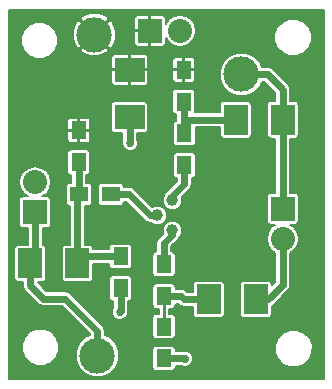
<source format=gtl>
G04 #@! TF.FileFunction,Copper,L1,Top,Signal*
%FSLAX46Y46*%
G04 Gerber Fmt 4.6, Leading zero omitted, Abs format (unit mm)*
G04 Created by KiCad (PCBNEW 0.201505220134+5676~23~ubuntu14.04.1-product) date Thu 10 Sep 2015 12:30:41 AM PDT*
%MOMM*%
G01*
G04 APERTURE LIST*
%ADD10C,0.100000*%
%ADD11R,2.000000X2.500000*%
%ADD12R,2.500000X2.000000*%
%ADD13R,2.032000X2.032000*%
%ADD14O,2.032000X2.032000*%
%ADD15R,1.300000X1.500000*%
%ADD16R,1.500000X1.300000*%
%ADD17C,2.999740*%
%ADD18C,1.000760*%
%ADD19C,0.685800*%
%ADD20C,0.609600*%
%ADD21C,0.254000*%
%ADD22C,0.152400*%
G04 APERTURE END LIST*
D10*
D11*
X162147000Y-113792000D03*
X158147000Y-113792000D03*
X177260000Y-116840000D03*
X173260000Y-116840000D03*
D12*
X166573200Y-101415600D03*
X166573200Y-97415600D03*
D11*
X179546000Y-101650800D03*
X175546000Y-101650800D03*
D13*
X158559500Y-109474000D03*
D14*
X158559500Y-106934000D03*
D13*
X168275000Y-94107000D03*
D14*
X170815000Y-94107000D03*
D13*
X179527200Y-109169200D03*
D14*
X179527200Y-111709200D03*
D15*
X162255200Y-102536000D03*
X162255200Y-105236000D03*
X165798500Y-113204000D03*
X165798500Y-115904000D03*
D16*
X164976800Y-107950000D03*
X162276800Y-107950000D03*
D15*
X171145200Y-97405200D03*
X171145200Y-100105200D03*
X171196000Y-105490000D03*
X171196000Y-102790000D03*
X169468800Y-116564400D03*
X169468800Y-113864400D03*
X169468800Y-119147600D03*
X169468800Y-121847600D03*
D17*
X163830000Y-121602500D03*
X163576000Y-94424500D03*
X176022000Y-97790000D03*
D18*
X168910000Y-109728000D03*
X170180000Y-108458000D03*
X170180000Y-110998000D03*
D19*
X165735000Y-117919500D03*
X171259500Y-121856500D03*
X166624000Y-103632000D03*
D20*
X165798500Y-113204000D02*
X162735000Y-113204000D01*
X162735000Y-113204000D02*
X162147000Y-113792000D01*
X162147000Y-113792000D02*
X162147000Y-108079800D01*
X162147000Y-108079800D02*
X162276800Y-107950000D01*
X162255200Y-105236000D02*
X162255200Y-107928400D01*
D21*
X162255200Y-107928400D02*
X162276800Y-107950000D01*
X162356800Y-108030000D02*
X162276800Y-107950000D01*
D20*
X163830000Y-121602500D02*
X163830000Y-119507000D01*
X158147000Y-115665500D02*
X158147000Y-113792000D01*
X159258000Y-116776500D02*
X158147000Y-115665500D01*
X161099500Y-116776500D02*
X159258000Y-116776500D01*
X163830000Y-119507000D02*
X161099500Y-116776500D01*
X158559500Y-109474000D02*
X158559500Y-113379500D01*
X158559500Y-113379500D02*
X158147000Y-113792000D01*
X165798500Y-115904000D02*
X165798500Y-117856000D01*
X165798500Y-117856000D02*
X165735000Y-117919500D01*
X169468800Y-121847600D02*
X171250600Y-121847600D01*
X171250600Y-121847600D02*
X171259500Y-121856500D01*
D21*
X177260000Y-116840000D02*
X178308000Y-116840000D01*
D20*
X179527200Y-115620800D02*
X179527200Y-111709200D01*
X178308000Y-116840000D02*
X179527200Y-115620800D01*
X166573200Y-101415600D02*
X166573200Y-103581200D01*
D21*
X166573200Y-103581200D02*
X166624000Y-103632000D01*
D20*
X173260000Y-116840000D02*
X171196000Y-116840000D01*
X170920400Y-116564400D02*
X169468800Y-116564400D01*
X171196000Y-116840000D02*
X170920400Y-116564400D01*
D21*
X169468800Y-116564400D02*
X169468800Y-119147600D01*
D20*
X176022000Y-97790000D02*
X178244500Y-97790000D01*
X179546000Y-99091500D02*
X179546000Y-101650800D01*
X178244500Y-97790000D02*
X179546000Y-99091500D01*
X179546000Y-101650800D02*
X179546000Y-109150400D01*
D21*
X179546000Y-109150400D02*
X179527200Y-109169200D01*
D20*
X175546000Y-101650800D02*
X171145200Y-101650800D01*
D21*
X171196000Y-101600000D02*
X171145200Y-101600000D01*
D20*
X171145200Y-101650800D02*
X171196000Y-101600000D01*
X171145200Y-100105200D02*
X171145200Y-101600000D01*
X171145200Y-101600000D02*
X171145200Y-102739200D01*
D21*
X171145200Y-102739200D02*
X171196000Y-102790000D01*
D20*
X170180000Y-110998000D02*
X170180000Y-111379000D01*
X170180000Y-111379000D02*
X169468800Y-112090200D01*
X169468800Y-112090200D02*
X169468800Y-113864400D01*
D21*
X169367200Y-113762800D02*
X169468800Y-113864400D01*
D20*
X170180000Y-108458000D02*
X170180000Y-108077000D01*
X170180000Y-108077000D02*
X171196000Y-107061000D01*
X171196000Y-107061000D02*
X171196000Y-105490000D01*
X168910000Y-109728000D02*
X168275000Y-109728000D01*
X166497000Y-107950000D02*
X164976800Y-107950000D01*
X168275000Y-109728000D02*
X166497000Y-107950000D01*
D22*
G36*
X183007800Y-123571800D02*
X182047474Y-123571800D01*
X182047474Y-120718058D01*
X181983974Y-120564376D01*
X181983974Y-94365558D01*
X181743910Y-93784558D01*
X181299780Y-93339653D01*
X180719200Y-93098575D01*
X180090558Y-93098026D01*
X179509558Y-93338090D01*
X179064653Y-93782220D01*
X178823575Y-94362800D01*
X178823026Y-94991442D01*
X179063090Y-95572442D01*
X179507220Y-96017347D01*
X180087800Y-96258425D01*
X180716442Y-96258974D01*
X181297442Y-96018910D01*
X181742347Y-95574780D01*
X181983425Y-94994200D01*
X181983974Y-94365558D01*
X181983974Y-120564376D01*
X181807410Y-120137058D01*
X181363280Y-119692153D01*
X180899774Y-119499688D01*
X180899774Y-111709200D01*
X180797301Y-111194032D01*
X180505481Y-110757293D01*
X180153144Y-110521869D01*
X180543200Y-110521869D01*
X180669104Y-110497441D01*
X180779762Y-110424750D01*
X180853836Y-110315013D01*
X180879869Y-110185200D01*
X180879869Y-108153200D01*
X180855441Y-108027296D01*
X180782750Y-107916638D01*
X180673013Y-107842564D01*
X180543200Y-107816531D01*
X180181000Y-107816531D01*
X180181000Y-103237469D01*
X180546000Y-103237469D01*
X180671904Y-103213041D01*
X180782562Y-103140350D01*
X180856636Y-103030613D01*
X180882669Y-102900800D01*
X180882669Y-100400800D01*
X180858241Y-100274896D01*
X180785550Y-100164238D01*
X180675813Y-100090164D01*
X180546000Y-100064131D01*
X180181000Y-100064131D01*
X180181000Y-99091500D01*
X180132664Y-98848496D01*
X179995013Y-98642487D01*
X178693513Y-97340987D01*
X178487504Y-97203336D01*
X178244500Y-97155000D01*
X177739761Y-97155000D01*
X177574362Y-96754703D01*
X177060005Y-96239447D01*
X176387620Y-95960249D01*
X175659574Y-95959613D01*
X174986703Y-96237638D01*
X174471447Y-96751995D01*
X174192249Y-97424380D01*
X174191613Y-98152426D01*
X174469638Y-98825297D01*
X174983995Y-99340553D01*
X175656380Y-99619751D01*
X176384426Y-99620387D01*
X177057297Y-99342362D01*
X177572553Y-98828005D01*
X177739894Y-98425000D01*
X177981473Y-98425000D01*
X178911000Y-99354526D01*
X178911000Y-100064131D01*
X178546000Y-100064131D01*
X178420096Y-100088559D01*
X178309438Y-100161250D01*
X178235364Y-100270987D01*
X178209331Y-100400800D01*
X178209331Y-102900800D01*
X178233759Y-103026704D01*
X178306450Y-103137362D01*
X178416187Y-103211436D01*
X178546000Y-103237469D01*
X178911000Y-103237469D01*
X178911000Y-107816531D01*
X178511200Y-107816531D01*
X178385296Y-107840959D01*
X178274638Y-107913650D01*
X178200564Y-108023387D01*
X178174531Y-108153200D01*
X178174531Y-110185200D01*
X178198959Y-110311104D01*
X178271650Y-110421762D01*
X178381387Y-110495836D01*
X178511200Y-110521869D01*
X178901255Y-110521869D01*
X178548919Y-110757293D01*
X178257099Y-111194032D01*
X178154626Y-111709200D01*
X178257099Y-112224368D01*
X178548919Y-112661107D01*
X178892200Y-112890480D01*
X178892200Y-115357774D01*
X178596669Y-115653305D01*
X178596669Y-115590000D01*
X178572241Y-115464096D01*
X178499550Y-115353438D01*
X178389813Y-115279364D01*
X178260000Y-115253331D01*
X176882669Y-115253331D01*
X176882669Y-102900800D01*
X176882669Y-100400800D01*
X176858241Y-100274896D01*
X176785550Y-100164238D01*
X176675813Y-100090164D01*
X176546000Y-100064131D01*
X174546000Y-100064131D01*
X174420096Y-100088559D01*
X174309438Y-100161250D01*
X174235364Y-100270987D01*
X174209331Y-100400800D01*
X174209331Y-101015800D01*
X172161200Y-101015800D01*
X172161200Y-94133374D01*
X172161200Y-94080626D01*
X172058727Y-93565458D01*
X171766907Y-93128719D01*
X171330168Y-92836899D01*
X170815000Y-92734426D01*
X170299832Y-92836899D01*
X169863093Y-93128719D01*
X169621200Y-93490737D01*
X169621200Y-93025319D01*
X169570930Y-92903957D01*
X169478043Y-92811070D01*
X169356681Y-92760800D01*
X169225319Y-92760800D01*
X168408350Y-92760800D01*
X168325800Y-92843350D01*
X168325800Y-94056200D01*
X168345800Y-94056200D01*
X168345800Y-94157800D01*
X168325800Y-94157800D01*
X168325800Y-95370650D01*
X168408350Y-95453200D01*
X169225319Y-95453200D01*
X169356681Y-95453200D01*
X169478043Y-95402930D01*
X169570930Y-95310043D01*
X169621200Y-95188681D01*
X169621200Y-94723262D01*
X169863093Y-95085281D01*
X170299832Y-95377101D01*
X170815000Y-95479574D01*
X171330168Y-95377101D01*
X171766907Y-95085281D01*
X172058727Y-94648542D01*
X172161200Y-94133374D01*
X172161200Y-101015800D01*
X172085054Y-101015800D01*
X172105836Y-100985013D01*
X172131869Y-100855200D01*
X172131869Y-99355200D01*
X172125400Y-99321858D01*
X172125400Y-98220881D01*
X172125400Y-97538550D01*
X172125400Y-97271850D01*
X172125400Y-96589519D01*
X172075130Y-96468157D01*
X171982243Y-96375270D01*
X171860881Y-96325000D01*
X171729519Y-96325000D01*
X171278550Y-96325000D01*
X171196000Y-96407550D01*
X171196000Y-97354400D01*
X172042850Y-97354400D01*
X172125400Y-97271850D01*
X172125400Y-97538550D01*
X172042850Y-97456000D01*
X171196000Y-97456000D01*
X171196000Y-98402850D01*
X171278550Y-98485400D01*
X171729519Y-98485400D01*
X171860881Y-98485400D01*
X171982243Y-98435130D01*
X172075130Y-98342243D01*
X172125400Y-98220881D01*
X172125400Y-99321858D01*
X172107441Y-99229296D01*
X172034750Y-99118638D01*
X171925013Y-99044564D01*
X171795200Y-99018531D01*
X171094400Y-99018531D01*
X171094400Y-98402850D01*
X171094400Y-97456000D01*
X171094400Y-97354400D01*
X171094400Y-96407550D01*
X171011850Y-96325000D01*
X170560881Y-96325000D01*
X170429519Y-96325000D01*
X170308157Y-96375270D01*
X170215270Y-96468157D01*
X170165000Y-96589519D01*
X170165000Y-97271850D01*
X170247550Y-97354400D01*
X171094400Y-97354400D01*
X171094400Y-97456000D01*
X170247550Y-97456000D01*
X170165000Y-97538550D01*
X170165000Y-98220881D01*
X170215270Y-98342243D01*
X170308157Y-98435130D01*
X170429519Y-98485400D01*
X170560881Y-98485400D01*
X171011850Y-98485400D01*
X171094400Y-98402850D01*
X171094400Y-99018531D01*
X170495200Y-99018531D01*
X170369296Y-99042959D01*
X170258638Y-99115650D01*
X170184564Y-99225387D01*
X170158531Y-99355200D01*
X170158531Y-100855200D01*
X170182959Y-100981104D01*
X170255650Y-101091762D01*
X170365387Y-101165836D01*
X170495200Y-101191869D01*
X170510200Y-101191869D01*
X170510200Y-101600000D01*
X170510200Y-101650800D01*
X170510200Y-101710276D01*
X170420096Y-101727759D01*
X170309438Y-101800450D01*
X170235364Y-101910187D01*
X170209331Y-102040000D01*
X170209331Y-103540000D01*
X170233759Y-103665904D01*
X170306450Y-103776562D01*
X170416187Y-103850636D01*
X170546000Y-103876669D01*
X171846000Y-103876669D01*
X171971904Y-103852241D01*
X172082562Y-103779550D01*
X172156636Y-103669813D01*
X172182669Y-103540000D01*
X172182669Y-102285800D01*
X174209331Y-102285800D01*
X174209331Y-102900800D01*
X174233759Y-103026704D01*
X174306450Y-103137362D01*
X174416187Y-103211436D01*
X174546000Y-103237469D01*
X176546000Y-103237469D01*
X176671904Y-103213041D01*
X176782562Y-103140350D01*
X176856636Y-103030613D01*
X176882669Y-102900800D01*
X176882669Y-115253331D01*
X176260000Y-115253331D01*
X176134096Y-115277759D01*
X176023438Y-115350450D01*
X175949364Y-115460187D01*
X175923331Y-115590000D01*
X175923331Y-118090000D01*
X175947759Y-118215904D01*
X176020450Y-118326562D01*
X176130187Y-118400636D01*
X176260000Y-118426669D01*
X178260000Y-118426669D01*
X178385904Y-118402241D01*
X178496562Y-118329550D01*
X178570636Y-118219813D01*
X178596669Y-118090000D01*
X178596669Y-117396151D01*
X178757013Y-117289013D01*
X179976213Y-116069813D01*
X180113864Y-115863804D01*
X180162200Y-115620800D01*
X180162200Y-112890480D01*
X180505481Y-112661107D01*
X180797301Y-112224368D01*
X180899774Y-111709200D01*
X180899774Y-119499688D01*
X180782700Y-119451075D01*
X180154058Y-119450526D01*
X179573058Y-119690590D01*
X179128153Y-120134720D01*
X178887075Y-120715300D01*
X178886526Y-121343942D01*
X179126590Y-121924942D01*
X179570720Y-122369847D01*
X180151300Y-122610925D01*
X180779942Y-122611474D01*
X181360942Y-122371410D01*
X181805847Y-121927280D01*
X182046925Y-121346700D01*
X182047474Y-120718058D01*
X182047474Y-123571800D01*
X174596669Y-123571800D01*
X174596669Y-118090000D01*
X174596669Y-115590000D01*
X174572241Y-115464096D01*
X174499550Y-115353438D01*
X174389813Y-115279364D01*
X174260000Y-115253331D01*
X172260000Y-115253331D01*
X172182669Y-115268334D01*
X172182669Y-106240000D01*
X172182669Y-104740000D01*
X172158241Y-104614096D01*
X172085550Y-104503438D01*
X171975813Y-104429364D01*
X171846000Y-104403331D01*
X170546000Y-104403331D01*
X170420096Y-104427759D01*
X170309438Y-104500450D01*
X170235364Y-104610187D01*
X170209331Y-104740000D01*
X170209331Y-106240000D01*
X170233759Y-106365904D01*
X170306450Y-106476562D01*
X170416187Y-106550636D01*
X170546000Y-106576669D01*
X170561000Y-106576669D01*
X170561000Y-106797974D01*
X169730987Y-107627987D01*
X169593336Y-107833996D01*
X169584388Y-107878979D01*
X169476279Y-107986900D01*
X169349565Y-108292063D01*
X169349276Y-108622488D01*
X169475458Y-108927871D01*
X169708900Y-109161721D01*
X170014063Y-109288435D01*
X170344488Y-109288724D01*
X170649871Y-109162542D01*
X170883721Y-108929100D01*
X171010435Y-108623937D01*
X171010724Y-108293512D01*
X170967097Y-108187928D01*
X171645013Y-107510013D01*
X171782664Y-107304004D01*
X171831000Y-107061000D01*
X171831000Y-106576669D01*
X171846000Y-106576669D01*
X171971904Y-106552241D01*
X172082562Y-106479550D01*
X172156636Y-106369813D01*
X172182669Y-106240000D01*
X172182669Y-115268334D01*
X172134096Y-115277759D01*
X172023438Y-115350450D01*
X171949364Y-115460187D01*
X171923331Y-115590000D01*
X171923331Y-116205000D01*
X171459026Y-116205000D01*
X171369413Y-116115387D01*
X171163404Y-115977736D01*
X171010724Y-115947366D01*
X171010724Y-110833512D01*
X170884542Y-110528129D01*
X170651100Y-110294279D01*
X170345937Y-110167565D01*
X170015512Y-110167276D01*
X169740724Y-110280816D01*
X169740724Y-109563512D01*
X169614542Y-109258129D01*
X169381100Y-109024279D01*
X169075937Y-108897565D01*
X168745512Y-108897276D01*
X168460193Y-109015167D01*
X168224200Y-108779174D01*
X168224200Y-95370650D01*
X168224200Y-94157800D01*
X168224200Y-94056200D01*
X168224200Y-92843350D01*
X168141650Y-92760800D01*
X167324681Y-92760800D01*
X167193319Y-92760800D01*
X167071957Y-92811070D01*
X166979070Y-92903957D01*
X166928800Y-93025319D01*
X166928800Y-93973650D01*
X167011350Y-94056200D01*
X168224200Y-94056200D01*
X168224200Y-94157800D01*
X167011350Y-94157800D01*
X166928800Y-94240350D01*
X166928800Y-95188681D01*
X166979070Y-95310043D01*
X167071957Y-95402930D01*
X167193319Y-95453200D01*
X167324681Y-95453200D01*
X168141650Y-95453200D01*
X168224200Y-95370650D01*
X168224200Y-108779174D01*
X168159869Y-108714843D01*
X168159869Y-102415600D01*
X168159869Y-100415600D01*
X168153400Y-100382258D01*
X168153400Y-98481281D01*
X168153400Y-97548950D01*
X168153400Y-97282250D01*
X168153400Y-96349919D01*
X168103130Y-96228557D01*
X168010243Y-96135670D01*
X167888881Y-96085400D01*
X167757519Y-96085400D01*
X166706550Y-96085400D01*
X166624000Y-96167950D01*
X166624000Y-97364800D01*
X168070850Y-97364800D01*
X168153400Y-97282250D01*
X168153400Y-97548950D01*
X168070850Y-97466400D01*
X166624000Y-97466400D01*
X166624000Y-98663250D01*
X166706550Y-98745800D01*
X167757519Y-98745800D01*
X167888881Y-98745800D01*
X168010243Y-98695530D01*
X168103130Y-98602643D01*
X168153400Y-98481281D01*
X168153400Y-100382258D01*
X168135441Y-100289696D01*
X168062750Y-100179038D01*
X167953013Y-100104964D01*
X167823200Y-100078931D01*
X166522400Y-100078931D01*
X166522400Y-98663250D01*
X166522400Y-97466400D01*
X166522400Y-97364800D01*
X166522400Y-96167950D01*
X166439850Y-96085400D01*
X165410320Y-96085400D01*
X165410320Y-94082539D01*
X165139827Y-93406606D01*
X165114863Y-93369243D01*
X164872444Y-93199898D01*
X164800602Y-93271740D01*
X164800602Y-93128056D01*
X164631257Y-92885637D01*
X163962033Y-92598946D01*
X163234039Y-92590180D01*
X162558106Y-92860673D01*
X162520743Y-92885637D01*
X162351398Y-93128056D01*
X163576000Y-94352658D01*
X164800602Y-93128056D01*
X164800602Y-93271740D01*
X163647842Y-94424500D01*
X164872444Y-95649102D01*
X165114863Y-95479757D01*
X165401554Y-94810533D01*
X165410320Y-94082539D01*
X165410320Y-96085400D01*
X165388881Y-96085400D01*
X165257519Y-96085400D01*
X165136157Y-96135670D01*
X165043270Y-96228557D01*
X164993000Y-96349919D01*
X164993000Y-97282250D01*
X165075550Y-97364800D01*
X166522400Y-97364800D01*
X166522400Y-97466400D01*
X165075550Y-97466400D01*
X164993000Y-97548950D01*
X164993000Y-98481281D01*
X165043270Y-98602643D01*
X165136157Y-98695530D01*
X165257519Y-98745800D01*
X165388881Y-98745800D01*
X166439850Y-98745800D01*
X166522400Y-98663250D01*
X166522400Y-100078931D01*
X165323200Y-100078931D01*
X165197296Y-100103359D01*
X165086638Y-100176050D01*
X165012564Y-100285787D01*
X164986531Y-100415600D01*
X164986531Y-102415600D01*
X165010959Y-102541504D01*
X165083650Y-102652162D01*
X165193387Y-102726236D01*
X165323200Y-102752269D01*
X165938200Y-102752269D01*
X165938200Y-103581200D01*
X165950888Y-103644988D01*
X165950783Y-103765301D01*
X166053041Y-104012783D01*
X166242222Y-104202294D01*
X166489525Y-104304983D01*
X166757301Y-104305217D01*
X167004783Y-104202959D01*
X167194294Y-104013778D01*
X167296983Y-103766475D01*
X167297217Y-103498699D01*
X167208200Y-103283262D01*
X167208200Y-102752269D01*
X167823200Y-102752269D01*
X167949104Y-102727841D01*
X168059762Y-102655150D01*
X168133836Y-102545413D01*
X168159869Y-102415600D01*
X168159869Y-108714843D01*
X166946013Y-107500987D01*
X166740004Y-107363336D01*
X166497000Y-107315000D01*
X166063469Y-107315000D01*
X166063469Y-107300000D01*
X166039041Y-107174096D01*
X165966350Y-107063438D01*
X165856613Y-106989364D01*
X165726800Y-106963331D01*
X164800602Y-106963331D01*
X164800602Y-95720944D01*
X163576000Y-94496342D01*
X163504158Y-94568184D01*
X163504158Y-94424500D01*
X162279556Y-93199898D01*
X162037137Y-93369243D01*
X161750446Y-94038467D01*
X161741680Y-94766461D01*
X162012173Y-95442394D01*
X162037137Y-95479757D01*
X162279556Y-95649102D01*
X163504158Y-94424500D01*
X163504158Y-94568184D01*
X162351398Y-95720944D01*
X162520743Y-95963363D01*
X163189967Y-96250054D01*
X163917961Y-96258820D01*
X164593894Y-95988327D01*
X164631257Y-95963363D01*
X164800602Y-95720944D01*
X164800602Y-106963331D01*
X164226800Y-106963331D01*
X164100896Y-106987759D01*
X163990238Y-107060450D01*
X163916164Y-107170187D01*
X163890131Y-107300000D01*
X163890131Y-108600000D01*
X163914559Y-108725904D01*
X163987250Y-108836562D01*
X164096987Y-108910636D01*
X164226800Y-108936669D01*
X165726800Y-108936669D01*
X165852704Y-108912241D01*
X165963362Y-108839550D01*
X166037436Y-108729813D01*
X166063469Y-108600000D01*
X166063469Y-108585000D01*
X166233974Y-108585000D01*
X167825987Y-110177013D01*
X168031996Y-110314664D01*
X168275000Y-110363000D01*
X168370298Y-110363000D01*
X168438900Y-110431721D01*
X168744063Y-110558435D01*
X169074488Y-110558724D01*
X169379871Y-110432542D01*
X169613721Y-110199100D01*
X169740435Y-109893937D01*
X169740724Y-109563512D01*
X169740724Y-110280816D01*
X169710129Y-110293458D01*
X169476279Y-110526900D01*
X169349565Y-110832063D01*
X169349276Y-111162488D01*
X169392902Y-111268071D01*
X169019787Y-111641187D01*
X168882136Y-111847196D01*
X168833800Y-112090200D01*
X168833800Y-112777731D01*
X168818800Y-112777731D01*
X168692896Y-112802159D01*
X168582238Y-112874850D01*
X168508164Y-112984587D01*
X168482131Y-113114400D01*
X168482131Y-114614400D01*
X168506559Y-114740304D01*
X168579250Y-114850962D01*
X168688987Y-114925036D01*
X168818800Y-114951069D01*
X170118800Y-114951069D01*
X170244704Y-114926641D01*
X170355362Y-114853950D01*
X170429436Y-114744213D01*
X170455469Y-114614400D01*
X170455469Y-113114400D01*
X170431041Y-112988496D01*
X170358350Y-112877838D01*
X170248613Y-112803764D01*
X170118800Y-112777731D01*
X170103800Y-112777731D01*
X170103800Y-112353226D01*
X170629013Y-111828013D01*
X170766664Y-111622004D01*
X170775611Y-111577020D01*
X170883721Y-111469100D01*
X171010435Y-111163937D01*
X171010724Y-110833512D01*
X171010724Y-115947366D01*
X170920400Y-115929400D01*
X170455469Y-115929400D01*
X170455469Y-115814400D01*
X170431041Y-115688496D01*
X170358350Y-115577838D01*
X170248613Y-115503764D01*
X170118800Y-115477731D01*
X168818800Y-115477731D01*
X168692896Y-115502159D01*
X168582238Y-115574850D01*
X168508164Y-115684587D01*
X168482131Y-115814400D01*
X168482131Y-117314400D01*
X168506559Y-117440304D01*
X168579250Y-117550962D01*
X168688987Y-117625036D01*
X168818800Y-117651069D01*
X169011600Y-117651069D01*
X169011600Y-118060931D01*
X168818800Y-118060931D01*
X168692896Y-118085359D01*
X168582238Y-118158050D01*
X168508164Y-118267787D01*
X168482131Y-118397600D01*
X168482131Y-119897600D01*
X168506559Y-120023504D01*
X168579250Y-120134162D01*
X168688987Y-120208236D01*
X168818800Y-120234269D01*
X170118800Y-120234269D01*
X170244704Y-120209841D01*
X170355362Y-120137150D01*
X170429436Y-120027413D01*
X170455469Y-119897600D01*
X170455469Y-118397600D01*
X170431041Y-118271696D01*
X170358350Y-118161038D01*
X170248613Y-118086964D01*
X170118800Y-118060931D01*
X169926000Y-118060931D01*
X169926000Y-117651069D01*
X170118800Y-117651069D01*
X170244704Y-117626641D01*
X170355362Y-117553950D01*
X170429436Y-117444213D01*
X170455469Y-117314400D01*
X170455469Y-117199400D01*
X170657374Y-117199400D01*
X170746987Y-117289013D01*
X170952996Y-117426664D01*
X171196000Y-117475000D01*
X171923331Y-117475000D01*
X171923331Y-118090000D01*
X171947759Y-118215904D01*
X172020450Y-118326562D01*
X172130187Y-118400636D01*
X172260000Y-118426669D01*
X174260000Y-118426669D01*
X174385904Y-118402241D01*
X174496562Y-118329550D01*
X174570636Y-118219813D01*
X174596669Y-118090000D01*
X174596669Y-123571800D01*
X171932717Y-123571800D01*
X171932717Y-121723199D01*
X171830459Y-121475717D01*
X171641278Y-121286206D01*
X171393975Y-121183517D01*
X171126199Y-121183283D01*
X171055246Y-121212600D01*
X170455469Y-121212600D01*
X170455469Y-121097600D01*
X170431041Y-120971696D01*
X170358350Y-120861038D01*
X170248613Y-120786964D01*
X170118800Y-120760931D01*
X168818800Y-120760931D01*
X168692896Y-120785359D01*
X168582238Y-120858050D01*
X168508164Y-120967787D01*
X168482131Y-121097600D01*
X168482131Y-122597600D01*
X168506559Y-122723504D01*
X168579250Y-122834162D01*
X168688987Y-122908236D01*
X168818800Y-122934269D01*
X170118800Y-122934269D01*
X170244704Y-122909841D01*
X170355362Y-122837150D01*
X170429436Y-122727413D01*
X170455469Y-122597600D01*
X170455469Y-122482600D01*
X171012118Y-122482600D01*
X171125025Y-122529483D01*
X171392801Y-122529717D01*
X171640283Y-122427459D01*
X171829794Y-122238278D01*
X171932483Y-121990975D01*
X171932717Y-121723199D01*
X171932717Y-123571800D01*
X166785169Y-123571800D01*
X166785169Y-116654000D01*
X166785169Y-115154000D01*
X166785169Y-113954000D01*
X166785169Y-112454000D01*
X166760741Y-112328096D01*
X166688050Y-112217438D01*
X166578313Y-112143364D01*
X166448500Y-112117331D01*
X165148500Y-112117331D01*
X165022596Y-112141759D01*
X164911938Y-112214450D01*
X164837864Y-112324187D01*
X164811831Y-112454000D01*
X164811831Y-112569000D01*
X163483669Y-112569000D01*
X163483669Y-112542000D01*
X163459241Y-112416096D01*
X163386550Y-112305438D01*
X163276813Y-112231364D01*
X163147000Y-112205331D01*
X162782000Y-112205331D01*
X162782000Y-108936669D01*
X163026800Y-108936669D01*
X163152704Y-108912241D01*
X163263362Y-108839550D01*
X163337436Y-108729813D01*
X163363469Y-108600000D01*
X163363469Y-107300000D01*
X163339041Y-107174096D01*
X163266350Y-107063438D01*
X163156613Y-106989364D01*
X163026800Y-106963331D01*
X162890200Y-106963331D01*
X162890200Y-106322669D01*
X162905200Y-106322669D01*
X163031104Y-106298241D01*
X163141762Y-106225550D01*
X163215836Y-106115813D01*
X163241869Y-105986000D01*
X163241869Y-104486000D01*
X163235400Y-104452658D01*
X163235400Y-103351681D01*
X163235400Y-102669350D01*
X163235400Y-102402650D01*
X163235400Y-101720319D01*
X163185130Y-101598957D01*
X163092243Y-101506070D01*
X162970881Y-101455800D01*
X162839519Y-101455800D01*
X162388550Y-101455800D01*
X162306000Y-101538350D01*
X162306000Y-102485200D01*
X163152850Y-102485200D01*
X163235400Y-102402650D01*
X163235400Y-102669350D01*
X163152850Y-102586800D01*
X162306000Y-102586800D01*
X162306000Y-103533650D01*
X162388550Y-103616200D01*
X162839519Y-103616200D01*
X162970881Y-103616200D01*
X163092243Y-103565930D01*
X163185130Y-103473043D01*
X163235400Y-103351681D01*
X163235400Y-104452658D01*
X163217441Y-104360096D01*
X163144750Y-104249438D01*
X163035013Y-104175364D01*
X162905200Y-104149331D01*
X162204400Y-104149331D01*
X162204400Y-103533650D01*
X162204400Y-102586800D01*
X162204400Y-102485200D01*
X162204400Y-101538350D01*
X162121850Y-101455800D01*
X161670881Y-101455800D01*
X161539519Y-101455800D01*
X161418157Y-101506070D01*
X161325270Y-101598957D01*
X161275000Y-101720319D01*
X161275000Y-102402650D01*
X161357550Y-102485200D01*
X162204400Y-102485200D01*
X162204400Y-102586800D01*
X161357550Y-102586800D01*
X161275000Y-102669350D01*
X161275000Y-103351681D01*
X161325270Y-103473043D01*
X161418157Y-103565930D01*
X161539519Y-103616200D01*
X161670881Y-103616200D01*
X162121850Y-103616200D01*
X162204400Y-103533650D01*
X162204400Y-104149331D01*
X161605200Y-104149331D01*
X161479296Y-104173759D01*
X161368638Y-104246450D01*
X161294564Y-104356187D01*
X161268531Y-104486000D01*
X161268531Y-105986000D01*
X161292959Y-106111904D01*
X161365650Y-106222562D01*
X161475387Y-106296636D01*
X161605200Y-106322669D01*
X161620200Y-106322669D01*
X161620200Y-106963331D01*
X161526800Y-106963331D01*
X161400896Y-106987759D01*
X161290238Y-107060450D01*
X161216164Y-107170187D01*
X161190131Y-107300000D01*
X161190131Y-108600000D01*
X161214559Y-108725904D01*
X161287250Y-108836562D01*
X161396987Y-108910636D01*
X161512000Y-108933700D01*
X161512000Y-112205331D01*
X161147000Y-112205331D01*
X161021096Y-112229759D01*
X160910438Y-112302450D01*
X160836364Y-112412187D01*
X160810331Y-112542000D01*
X160810331Y-115042000D01*
X160834759Y-115167904D01*
X160907450Y-115278562D01*
X161017187Y-115352636D01*
X161147000Y-115378669D01*
X163147000Y-115378669D01*
X163272904Y-115354241D01*
X163383562Y-115281550D01*
X163457636Y-115171813D01*
X163483669Y-115042000D01*
X163483669Y-113839000D01*
X164811831Y-113839000D01*
X164811831Y-113954000D01*
X164836259Y-114079904D01*
X164908950Y-114190562D01*
X165018687Y-114264636D01*
X165148500Y-114290669D01*
X166448500Y-114290669D01*
X166574404Y-114266241D01*
X166685062Y-114193550D01*
X166759136Y-114083813D01*
X166785169Y-113954000D01*
X166785169Y-115154000D01*
X166760741Y-115028096D01*
X166688050Y-114917438D01*
X166578313Y-114843364D01*
X166448500Y-114817331D01*
X165148500Y-114817331D01*
X165022596Y-114841759D01*
X164911938Y-114914450D01*
X164837864Y-115024187D01*
X164811831Y-115154000D01*
X164811831Y-116654000D01*
X164836259Y-116779904D01*
X164908950Y-116890562D01*
X165018687Y-116964636D01*
X165148500Y-116990669D01*
X165163500Y-116990669D01*
X165163500Y-117540626D01*
X165062017Y-117785025D01*
X165061783Y-118052801D01*
X165164041Y-118300283D01*
X165353222Y-118489794D01*
X165600525Y-118592483D01*
X165868301Y-118592717D01*
X166115783Y-118490459D01*
X166305294Y-118301278D01*
X166407983Y-118053975D01*
X166408044Y-117983978D01*
X166408044Y-117983976D01*
X166433500Y-117856000D01*
X166433501Y-117856000D01*
X166433500Y-117855994D01*
X166433500Y-116990669D01*
X166448500Y-116990669D01*
X166574404Y-116966241D01*
X166685062Y-116893550D01*
X166759136Y-116783813D01*
X166785169Y-116654000D01*
X166785169Y-123571800D01*
X165660387Y-123571800D01*
X165660387Y-121240074D01*
X165382362Y-120567203D01*
X164868005Y-120051947D01*
X164465000Y-119884605D01*
X164465000Y-119507000D01*
X164416664Y-119263996D01*
X164279013Y-119057987D01*
X161548513Y-116327487D01*
X161342504Y-116189836D01*
X161099500Y-116141500D01*
X160520974Y-116141500D01*
X160520974Y-94619558D01*
X160280910Y-94038558D01*
X159836780Y-93593653D01*
X159256200Y-93352575D01*
X158627558Y-93352026D01*
X158046558Y-93592090D01*
X157601653Y-94036220D01*
X157360575Y-94616800D01*
X157360026Y-95245442D01*
X157600090Y-95826442D01*
X158044220Y-96271347D01*
X158624800Y-96512425D01*
X159253442Y-96512974D01*
X159834442Y-96272910D01*
X160279347Y-95828780D01*
X160520425Y-95248200D01*
X160520974Y-94619558D01*
X160520974Y-116141500D01*
X159521026Y-116141500D01*
X158782000Y-115402474D01*
X158782000Y-115378669D01*
X159147000Y-115378669D01*
X159272904Y-115354241D01*
X159383562Y-115281550D01*
X159457636Y-115171813D01*
X159483669Y-115042000D01*
X159483669Y-112542000D01*
X159459241Y-112416096D01*
X159386550Y-112305438D01*
X159276813Y-112231364D01*
X159194500Y-112214856D01*
X159194500Y-110826669D01*
X159575500Y-110826669D01*
X159701404Y-110802241D01*
X159812062Y-110729550D01*
X159886136Y-110619813D01*
X159912169Y-110490000D01*
X159912169Y-108458000D01*
X159887741Y-108332096D01*
X159815050Y-108221438D01*
X159705313Y-108147364D01*
X159575500Y-108121331D01*
X159185444Y-108121331D01*
X159537781Y-107885907D01*
X159829601Y-107449168D01*
X159932074Y-106934000D01*
X159829601Y-106418832D01*
X159537781Y-105982093D01*
X159101042Y-105690273D01*
X158585874Y-105587800D01*
X158533126Y-105587800D01*
X158017958Y-105690273D01*
X157581219Y-105982093D01*
X157289399Y-106418832D01*
X157186926Y-106934000D01*
X157289399Y-107449168D01*
X157581219Y-107885907D01*
X157933555Y-108121331D01*
X157543500Y-108121331D01*
X157417596Y-108145759D01*
X157306938Y-108218450D01*
X157232864Y-108328187D01*
X157206831Y-108458000D01*
X157206831Y-110490000D01*
X157231259Y-110615904D01*
X157303950Y-110726562D01*
X157413687Y-110800636D01*
X157543500Y-110826669D01*
X157924500Y-110826669D01*
X157924500Y-112205331D01*
X157147000Y-112205331D01*
X157021096Y-112229759D01*
X156910438Y-112302450D01*
X156836364Y-112412187D01*
X156810331Y-112542000D01*
X156810331Y-115042000D01*
X156834759Y-115167904D01*
X156907450Y-115278562D01*
X157017187Y-115352636D01*
X157147000Y-115378669D01*
X157512000Y-115378669D01*
X157512000Y-115665500D01*
X157560336Y-115908504D01*
X157697987Y-116114513D01*
X158808987Y-117225513D01*
X159014995Y-117363164D01*
X159014996Y-117363164D01*
X159258000Y-117411500D01*
X160836474Y-117411500D01*
X163195000Y-119770026D01*
X163195000Y-119884738D01*
X162794703Y-120050138D01*
X162279447Y-120564495D01*
X162000249Y-121236880D01*
X161999613Y-121964926D01*
X162277638Y-122637797D01*
X162791995Y-123153053D01*
X163464380Y-123432251D01*
X164192426Y-123432887D01*
X164865297Y-123154862D01*
X165380553Y-122640505D01*
X165659751Y-121968120D01*
X165660387Y-121240074D01*
X165660387Y-123571800D01*
X160584474Y-123571800D01*
X160584474Y-120591058D01*
X160344410Y-120010058D01*
X159900280Y-119565153D01*
X159319700Y-119324075D01*
X158691058Y-119323526D01*
X158110058Y-119563590D01*
X157665153Y-120007720D01*
X157424075Y-120588300D01*
X157423526Y-121216942D01*
X157663590Y-121797942D01*
X158107720Y-122242847D01*
X158688300Y-122483925D01*
X159316942Y-122484474D01*
X159897942Y-122244410D01*
X160342847Y-121800280D01*
X160583925Y-121219700D01*
X160584474Y-120591058D01*
X160584474Y-123571800D01*
X156336200Y-123571800D01*
X156336200Y-92328200D01*
X183007800Y-92328200D01*
X183007800Y-123571800D01*
X183007800Y-123571800D01*
G37*
X183007800Y-123571800D02*
X182047474Y-123571800D01*
X182047474Y-120718058D01*
X181983974Y-120564376D01*
X181983974Y-94365558D01*
X181743910Y-93784558D01*
X181299780Y-93339653D01*
X180719200Y-93098575D01*
X180090558Y-93098026D01*
X179509558Y-93338090D01*
X179064653Y-93782220D01*
X178823575Y-94362800D01*
X178823026Y-94991442D01*
X179063090Y-95572442D01*
X179507220Y-96017347D01*
X180087800Y-96258425D01*
X180716442Y-96258974D01*
X181297442Y-96018910D01*
X181742347Y-95574780D01*
X181983425Y-94994200D01*
X181983974Y-94365558D01*
X181983974Y-120564376D01*
X181807410Y-120137058D01*
X181363280Y-119692153D01*
X180899774Y-119499688D01*
X180899774Y-111709200D01*
X180797301Y-111194032D01*
X180505481Y-110757293D01*
X180153144Y-110521869D01*
X180543200Y-110521869D01*
X180669104Y-110497441D01*
X180779762Y-110424750D01*
X180853836Y-110315013D01*
X180879869Y-110185200D01*
X180879869Y-108153200D01*
X180855441Y-108027296D01*
X180782750Y-107916638D01*
X180673013Y-107842564D01*
X180543200Y-107816531D01*
X180181000Y-107816531D01*
X180181000Y-103237469D01*
X180546000Y-103237469D01*
X180671904Y-103213041D01*
X180782562Y-103140350D01*
X180856636Y-103030613D01*
X180882669Y-102900800D01*
X180882669Y-100400800D01*
X180858241Y-100274896D01*
X180785550Y-100164238D01*
X180675813Y-100090164D01*
X180546000Y-100064131D01*
X180181000Y-100064131D01*
X180181000Y-99091500D01*
X180132664Y-98848496D01*
X179995013Y-98642487D01*
X178693513Y-97340987D01*
X178487504Y-97203336D01*
X178244500Y-97155000D01*
X177739761Y-97155000D01*
X177574362Y-96754703D01*
X177060005Y-96239447D01*
X176387620Y-95960249D01*
X175659574Y-95959613D01*
X174986703Y-96237638D01*
X174471447Y-96751995D01*
X174192249Y-97424380D01*
X174191613Y-98152426D01*
X174469638Y-98825297D01*
X174983995Y-99340553D01*
X175656380Y-99619751D01*
X176384426Y-99620387D01*
X177057297Y-99342362D01*
X177572553Y-98828005D01*
X177739894Y-98425000D01*
X177981473Y-98425000D01*
X178911000Y-99354526D01*
X178911000Y-100064131D01*
X178546000Y-100064131D01*
X178420096Y-100088559D01*
X178309438Y-100161250D01*
X178235364Y-100270987D01*
X178209331Y-100400800D01*
X178209331Y-102900800D01*
X178233759Y-103026704D01*
X178306450Y-103137362D01*
X178416187Y-103211436D01*
X178546000Y-103237469D01*
X178911000Y-103237469D01*
X178911000Y-107816531D01*
X178511200Y-107816531D01*
X178385296Y-107840959D01*
X178274638Y-107913650D01*
X178200564Y-108023387D01*
X178174531Y-108153200D01*
X178174531Y-110185200D01*
X178198959Y-110311104D01*
X178271650Y-110421762D01*
X178381387Y-110495836D01*
X178511200Y-110521869D01*
X178901255Y-110521869D01*
X178548919Y-110757293D01*
X178257099Y-111194032D01*
X178154626Y-111709200D01*
X178257099Y-112224368D01*
X178548919Y-112661107D01*
X178892200Y-112890480D01*
X178892200Y-115357774D01*
X178596669Y-115653305D01*
X178596669Y-115590000D01*
X178572241Y-115464096D01*
X178499550Y-115353438D01*
X178389813Y-115279364D01*
X178260000Y-115253331D01*
X176882669Y-115253331D01*
X176882669Y-102900800D01*
X176882669Y-100400800D01*
X176858241Y-100274896D01*
X176785550Y-100164238D01*
X176675813Y-100090164D01*
X176546000Y-100064131D01*
X174546000Y-100064131D01*
X174420096Y-100088559D01*
X174309438Y-100161250D01*
X174235364Y-100270987D01*
X174209331Y-100400800D01*
X174209331Y-101015800D01*
X172161200Y-101015800D01*
X172161200Y-94133374D01*
X172161200Y-94080626D01*
X172058727Y-93565458D01*
X171766907Y-93128719D01*
X171330168Y-92836899D01*
X170815000Y-92734426D01*
X170299832Y-92836899D01*
X169863093Y-93128719D01*
X169621200Y-93490737D01*
X169621200Y-93025319D01*
X169570930Y-92903957D01*
X169478043Y-92811070D01*
X169356681Y-92760800D01*
X169225319Y-92760800D01*
X168408350Y-92760800D01*
X168325800Y-92843350D01*
X168325800Y-94056200D01*
X168345800Y-94056200D01*
X168345800Y-94157800D01*
X168325800Y-94157800D01*
X168325800Y-95370650D01*
X168408350Y-95453200D01*
X169225319Y-95453200D01*
X169356681Y-95453200D01*
X169478043Y-95402930D01*
X169570930Y-95310043D01*
X169621200Y-95188681D01*
X169621200Y-94723262D01*
X169863093Y-95085281D01*
X170299832Y-95377101D01*
X170815000Y-95479574D01*
X171330168Y-95377101D01*
X171766907Y-95085281D01*
X172058727Y-94648542D01*
X172161200Y-94133374D01*
X172161200Y-101015800D01*
X172085054Y-101015800D01*
X172105836Y-100985013D01*
X172131869Y-100855200D01*
X172131869Y-99355200D01*
X172125400Y-99321858D01*
X172125400Y-98220881D01*
X172125400Y-97538550D01*
X172125400Y-97271850D01*
X172125400Y-96589519D01*
X172075130Y-96468157D01*
X171982243Y-96375270D01*
X171860881Y-96325000D01*
X171729519Y-96325000D01*
X171278550Y-96325000D01*
X171196000Y-96407550D01*
X171196000Y-97354400D01*
X172042850Y-97354400D01*
X172125400Y-97271850D01*
X172125400Y-97538550D01*
X172042850Y-97456000D01*
X171196000Y-97456000D01*
X171196000Y-98402850D01*
X171278550Y-98485400D01*
X171729519Y-98485400D01*
X171860881Y-98485400D01*
X171982243Y-98435130D01*
X172075130Y-98342243D01*
X172125400Y-98220881D01*
X172125400Y-99321858D01*
X172107441Y-99229296D01*
X172034750Y-99118638D01*
X171925013Y-99044564D01*
X171795200Y-99018531D01*
X171094400Y-99018531D01*
X171094400Y-98402850D01*
X171094400Y-97456000D01*
X171094400Y-97354400D01*
X171094400Y-96407550D01*
X171011850Y-96325000D01*
X170560881Y-96325000D01*
X170429519Y-96325000D01*
X170308157Y-96375270D01*
X170215270Y-96468157D01*
X170165000Y-96589519D01*
X170165000Y-97271850D01*
X170247550Y-97354400D01*
X171094400Y-97354400D01*
X171094400Y-97456000D01*
X170247550Y-97456000D01*
X170165000Y-97538550D01*
X170165000Y-98220881D01*
X170215270Y-98342243D01*
X170308157Y-98435130D01*
X170429519Y-98485400D01*
X170560881Y-98485400D01*
X171011850Y-98485400D01*
X171094400Y-98402850D01*
X171094400Y-99018531D01*
X170495200Y-99018531D01*
X170369296Y-99042959D01*
X170258638Y-99115650D01*
X170184564Y-99225387D01*
X170158531Y-99355200D01*
X170158531Y-100855200D01*
X170182959Y-100981104D01*
X170255650Y-101091762D01*
X170365387Y-101165836D01*
X170495200Y-101191869D01*
X170510200Y-101191869D01*
X170510200Y-101600000D01*
X170510200Y-101650800D01*
X170510200Y-101710276D01*
X170420096Y-101727759D01*
X170309438Y-101800450D01*
X170235364Y-101910187D01*
X170209331Y-102040000D01*
X170209331Y-103540000D01*
X170233759Y-103665904D01*
X170306450Y-103776562D01*
X170416187Y-103850636D01*
X170546000Y-103876669D01*
X171846000Y-103876669D01*
X171971904Y-103852241D01*
X172082562Y-103779550D01*
X172156636Y-103669813D01*
X172182669Y-103540000D01*
X172182669Y-102285800D01*
X174209331Y-102285800D01*
X174209331Y-102900800D01*
X174233759Y-103026704D01*
X174306450Y-103137362D01*
X174416187Y-103211436D01*
X174546000Y-103237469D01*
X176546000Y-103237469D01*
X176671904Y-103213041D01*
X176782562Y-103140350D01*
X176856636Y-103030613D01*
X176882669Y-102900800D01*
X176882669Y-115253331D01*
X176260000Y-115253331D01*
X176134096Y-115277759D01*
X176023438Y-115350450D01*
X175949364Y-115460187D01*
X175923331Y-115590000D01*
X175923331Y-118090000D01*
X175947759Y-118215904D01*
X176020450Y-118326562D01*
X176130187Y-118400636D01*
X176260000Y-118426669D01*
X178260000Y-118426669D01*
X178385904Y-118402241D01*
X178496562Y-118329550D01*
X178570636Y-118219813D01*
X178596669Y-118090000D01*
X178596669Y-117396151D01*
X178757013Y-117289013D01*
X179976213Y-116069813D01*
X180113864Y-115863804D01*
X180162200Y-115620800D01*
X180162200Y-112890480D01*
X180505481Y-112661107D01*
X180797301Y-112224368D01*
X180899774Y-111709200D01*
X180899774Y-119499688D01*
X180782700Y-119451075D01*
X180154058Y-119450526D01*
X179573058Y-119690590D01*
X179128153Y-120134720D01*
X178887075Y-120715300D01*
X178886526Y-121343942D01*
X179126590Y-121924942D01*
X179570720Y-122369847D01*
X180151300Y-122610925D01*
X180779942Y-122611474D01*
X181360942Y-122371410D01*
X181805847Y-121927280D01*
X182046925Y-121346700D01*
X182047474Y-120718058D01*
X182047474Y-123571800D01*
X174596669Y-123571800D01*
X174596669Y-118090000D01*
X174596669Y-115590000D01*
X174572241Y-115464096D01*
X174499550Y-115353438D01*
X174389813Y-115279364D01*
X174260000Y-115253331D01*
X172260000Y-115253331D01*
X172182669Y-115268334D01*
X172182669Y-106240000D01*
X172182669Y-104740000D01*
X172158241Y-104614096D01*
X172085550Y-104503438D01*
X171975813Y-104429364D01*
X171846000Y-104403331D01*
X170546000Y-104403331D01*
X170420096Y-104427759D01*
X170309438Y-104500450D01*
X170235364Y-104610187D01*
X170209331Y-104740000D01*
X170209331Y-106240000D01*
X170233759Y-106365904D01*
X170306450Y-106476562D01*
X170416187Y-106550636D01*
X170546000Y-106576669D01*
X170561000Y-106576669D01*
X170561000Y-106797974D01*
X169730987Y-107627987D01*
X169593336Y-107833996D01*
X169584388Y-107878979D01*
X169476279Y-107986900D01*
X169349565Y-108292063D01*
X169349276Y-108622488D01*
X169475458Y-108927871D01*
X169708900Y-109161721D01*
X170014063Y-109288435D01*
X170344488Y-109288724D01*
X170649871Y-109162542D01*
X170883721Y-108929100D01*
X171010435Y-108623937D01*
X171010724Y-108293512D01*
X170967097Y-108187928D01*
X171645013Y-107510013D01*
X171782664Y-107304004D01*
X171831000Y-107061000D01*
X171831000Y-106576669D01*
X171846000Y-106576669D01*
X171971904Y-106552241D01*
X172082562Y-106479550D01*
X172156636Y-106369813D01*
X172182669Y-106240000D01*
X172182669Y-115268334D01*
X172134096Y-115277759D01*
X172023438Y-115350450D01*
X171949364Y-115460187D01*
X171923331Y-115590000D01*
X171923331Y-116205000D01*
X171459026Y-116205000D01*
X171369413Y-116115387D01*
X171163404Y-115977736D01*
X171010724Y-115947366D01*
X171010724Y-110833512D01*
X170884542Y-110528129D01*
X170651100Y-110294279D01*
X170345937Y-110167565D01*
X170015512Y-110167276D01*
X169740724Y-110280816D01*
X169740724Y-109563512D01*
X169614542Y-109258129D01*
X169381100Y-109024279D01*
X169075937Y-108897565D01*
X168745512Y-108897276D01*
X168460193Y-109015167D01*
X168224200Y-108779174D01*
X168224200Y-95370650D01*
X168224200Y-94157800D01*
X168224200Y-94056200D01*
X168224200Y-92843350D01*
X168141650Y-92760800D01*
X167324681Y-92760800D01*
X167193319Y-92760800D01*
X167071957Y-92811070D01*
X166979070Y-92903957D01*
X166928800Y-93025319D01*
X166928800Y-93973650D01*
X167011350Y-94056200D01*
X168224200Y-94056200D01*
X168224200Y-94157800D01*
X167011350Y-94157800D01*
X166928800Y-94240350D01*
X166928800Y-95188681D01*
X166979070Y-95310043D01*
X167071957Y-95402930D01*
X167193319Y-95453200D01*
X167324681Y-95453200D01*
X168141650Y-95453200D01*
X168224200Y-95370650D01*
X168224200Y-108779174D01*
X168159869Y-108714843D01*
X168159869Y-102415600D01*
X168159869Y-100415600D01*
X168153400Y-100382258D01*
X168153400Y-98481281D01*
X168153400Y-97548950D01*
X168153400Y-97282250D01*
X168153400Y-96349919D01*
X168103130Y-96228557D01*
X168010243Y-96135670D01*
X167888881Y-96085400D01*
X167757519Y-96085400D01*
X166706550Y-96085400D01*
X166624000Y-96167950D01*
X166624000Y-97364800D01*
X168070850Y-97364800D01*
X168153400Y-97282250D01*
X168153400Y-97548950D01*
X168070850Y-97466400D01*
X166624000Y-97466400D01*
X166624000Y-98663250D01*
X166706550Y-98745800D01*
X167757519Y-98745800D01*
X167888881Y-98745800D01*
X168010243Y-98695530D01*
X168103130Y-98602643D01*
X168153400Y-98481281D01*
X168153400Y-100382258D01*
X168135441Y-100289696D01*
X168062750Y-100179038D01*
X167953013Y-100104964D01*
X167823200Y-100078931D01*
X166522400Y-100078931D01*
X166522400Y-98663250D01*
X166522400Y-97466400D01*
X166522400Y-97364800D01*
X166522400Y-96167950D01*
X166439850Y-96085400D01*
X165410320Y-96085400D01*
X165410320Y-94082539D01*
X165139827Y-93406606D01*
X165114863Y-93369243D01*
X164872444Y-93199898D01*
X164800602Y-93271740D01*
X164800602Y-93128056D01*
X164631257Y-92885637D01*
X163962033Y-92598946D01*
X163234039Y-92590180D01*
X162558106Y-92860673D01*
X162520743Y-92885637D01*
X162351398Y-93128056D01*
X163576000Y-94352658D01*
X164800602Y-93128056D01*
X164800602Y-93271740D01*
X163647842Y-94424500D01*
X164872444Y-95649102D01*
X165114863Y-95479757D01*
X165401554Y-94810533D01*
X165410320Y-94082539D01*
X165410320Y-96085400D01*
X165388881Y-96085400D01*
X165257519Y-96085400D01*
X165136157Y-96135670D01*
X165043270Y-96228557D01*
X164993000Y-96349919D01*
X164993000Y-97282250D01*
X165075550Y-97364800D01*
X166522400Y-97364800D01*
X166522400Y-97466400D01*
X165075550Y-97466400D01*
X164993000Y-97548950D01*
X164993000Y-98481281D01*
X165043270Y-98602643D01*
X165136157Y-98695530D01*
X165257519Y-98745800D01*
X165388881Y-98745800D01*
X166439850Y-98745800D01*
X166522400Y-98663250D01*
X166522400Y-100078931D01*
X165323200Y-100078931D01*
X165197296Y-100103359D01*
X165086638Y-100176050D01*
X165012564Y-100285787D01*
X164986531Y-100415600D01*
X164986531Y-102415600D01*
X165010959Y-102541504D01*
X165083650Y-102652162D01*
X165193387Y-102726236D01*
X165323200Y-102752269D01*
X165938200Y-102752269D01*
X165938200Y-103581200D01*
X165950888Y-103644988D01*
X165950783Y-103765301D01*
X166053041Y-104012783D01*
X166242222Y-104202294D01*
X166489525Y-104304983D01*
X166757301Y-104305217D01*
X167004783Y-104202959D01*
X167194294Y-104013778D01*
X167296983Y-103766475D01*
X167297217Y-103498699D01*
X167208200Y-103283262D01*
X167208200Y-102752269D01*
X167823200Y-102752269D01*
X167949104Y-102727841D01*
X168059762Y-102655150D01*
X168133836Y-102545413D01*
X168159869Y-102415600D01*
X168159869Y-108714843D01*
X166946013Y-107500987D01*
X166740004Y-107363336D01*
X166497000Y-107315000D01*
X166063469Y-107315000D01*
X166063469Y-107300000D01*
X166039041Y-107174096D01*
X165966350Y-107063438D01*
X165856613Y-106989364D01*
X165726800Y-106963331D01*
X164800602Y-106963331D01*
X164800602Y-95720944D01*
X163576000Y-94496342D01*
X163504158Y-94568184D01*
X163504158Y-94424500D01*
X162279556Y-93199898D01*
X162037137Y-93369243D01*
X161750446Y-94038467D01*
X161741680Y-94766461D01*
X162012173Y-95442394D01*
X162037137Y-95479757D01*
X162279556Y-95649102D01*
X163504158Y-94424500D01*
X163504158Y-94568184D01*
X162351398Y-95720944D01*
X162520743Y-95963363D01*
X163189967Y-96250054D01*
X163917961Y-96258820D01*
X164593894Y-95988327D01*
X164631257Y-95963363D01*
X164800602Y-95720944D01*
X164800602Y-106963331D01*
X164226800Y-106963331D01*
X164100896Y-106987759D01*
X163990238Y-107060450D01*
X163916164Y-107170187D01*
X163890131Y-107300000D01*
X163890131Y-108600000D01*
X163914559Y-108725904D01*
X163987250Y-108836562D01*
X164096987Y-108910636D01*
X164226800Y-108936669D01*
X165726800Y-108936669D01*
X165852704Y-108912241D01*
X165963362Y-108839550D01*
X166037436Y-108729813D01*
X166063469Y-108600000D01*
X166063469Y-108585000D01*
X166233974Y-108585000D01*
X167825987Y-110177013D01*
X168031996Y-110314664D01*
X168275000Y-110363000D01*
X168370298Y-110363000D01*
X168438900Y-110431721D01*
X168744063Y-110558435D01*
X169074488Y-110558724D01*
X169379871Y-110432542D01*
X169613721Y-110199100D01*
X169740435Y-109893937D01*
X169740724Y-109563512D01*
X169740724Y-110280816D01*
X169710129Y-110293458D01*
X169476279Y-110526900D01*
X169349565Y-110832063D01*
X169349276Y-111162488D01*
X169392902Y-111268071D01*
X169019787Y-111641187D01*
X168882136Y-111847196D01*
X168833800Y-112090200D01*
X168833800Y-112777731D01*
X168818800Y-112777731D01*
X168692896Y-112802159D01*
X168582238Y-112874850D01*
X168508164Y-112984587D01*
X168482131Y-113114400D01*
X168482131Y-114614400D01*
X168506559Y-114740304D01*
X168579250Y-114850962D01*
X168688987Y-114925036D01*
X168818800Y-114951069D01*
X170118800Y-114951069D01*
X170244704Y-114926641D01*
X170355362Y-114853950D01*
X170429436Y-114744213D01*
X170455469Y-114614400D01*
X170455469Y-113114400D01*
X170431041Y-112988496D01*
X170358350Y-112877838D01*
X170248613Y-112803764D01*
X170118800Y-112777731D01*
X170103800Y-112777731D01*
X170103800Y-112353226D01*
X170629013Y-111828013D01*
X170766664Y-111622004D01*
X170775611Y-111577020D01*
X170883721Y-111469100D01*
X171010435Y-111163937D01*
X171010724Y-110833512D01*
X171010724Y-115947366D01*
X170920400Y-115929400D01*
X170455469Y-115929400D01*
X170455469Y-115814400D01*
X170431041Y-115688496D01*
X170358350Y-115577838D01*
X170248613Y-115503764D01*
X170118800Y-115477731D01*
X168818800Y-115477731D01*
X168692896Y-115502159D01*
X168582238Y-115574850D01*
X168508164Y-115684587D01*
X168482131Y-115814400D01*
X168482131Y-117314400D01*
X168506559Y-117440304D01*
X168579250Y-117550962D01*
X168688987Y-117625036D01*
X168818800Y-117651069D01*
X169011600Y-117651069D01*
X169011600Y-118060931D01*
X168818800Y-118060931D01*
X168692896Y-118085359D01*
X168582238Y-118158050D01*
X168508164Y-118267787D01*
X168482131Y-118397600D01*
X168482131Y-119897600D01*
X168506559Y-120023504D01*
X168579250Y-120134162D01*
X168688987Y-120208236D01*
X168818800Y-120234269D01*
X170118800Y-120234269D01*
X170244704Y-120209841D01*
X170355362Y-120137150D01*
X170429436Y-120027413D01*
X170455469Y-119897600D01*
X170455469Y-118397600D01*
X170431041Y-118271696D01*
X170358350Y-118161038D01*
X170248613Y-118086964D01*
X170118800Y-118060931D01*
X169926000Y-118060931D01*
X169926000Y-117651069D01*
X170118800Y-117651069D01*
X170244704Y-117626641D01*
X170355362Y-117553950D01*
X170429436Y-117444213D01*
X170455469Y-117314400D01*
X170455469Y-117199400D01*
X170657374Y-117199400D01*
X170746987Y-117289013D01*
X170952996Y-117426664D01*
X171196000Y-117475000D01*
X171923331Y-117475000D01*
X171923331Y-118090000D01*
X171947759Y-118215904D01*
X172020450Y-118326562D01*
X172130187Y-118400636D01*
X172260000Y-118426669D01*
X174260000Y-118426669D01*
X174385904Y-118402241D01*
X174496562Y-118329550D01*
X174570636Y-118219813D01*
X174596669Y-118090000D01*
X174596669Y-123571800D01*
X171932717Y-123571800D01*
X171932717Y-121723199D01*
X171830459Y-121475717D01*
X171641278Y-121286206D01*
X171393975Y-121183517D01*
X171126199Y-121183283D01*
X171055246Y-121212600D01*
X170455469Y-121212600D01*
X170455469Y-121097600D01*
X170431041Y-120971696D01*
X170358350Y-120861038D01*
X170248613Y-120786964D01*
X170118800Y-120760931D01*
X168818800Y-120760931D01*
X168692896Y-120785359D01*
X168582238Y-120858050D01*
X168508164Y-120967787D01*
X168482131Y-121097600D01*
X168482131Y-122597600D01*
X168506559Y-122723504D01*
X168579250Y-122834162D01*
X168688987Y-122908236D01*
X168818800Y-122934269D01*
X170118800Y-122934269D01*
X170244704Y-122909841D01*
X170355362Y-122837150D01*
X170429436Y-122727413D01*
X170455469Y-122597600D01*
X170455469Y-122482600D01*
X171012118Y-122482600D01*
X171125025Y-122529483D01*
X171392801Y-122529717D01*
X171640283Y-122427459D01*
X171829794Y-122238278D01*
X171932483Y-121990975D01*
X171932717Y-121723199D01*
X171932717Y-123571800D01*
X166785169Y-123571800D01*
X166785169Y-116654000D01*
X166785169Y-115154000D01*
X166785169Y-113954000D01*
X166785169Y-112454000D01*
X166760741Y-112328096D01*
X166688050Y-112217438D01*
X166578313Y-112143364D01*
X166448500Y-112117331D01*
X165148500Y-112117331D01*
X165022596Y-112141759D01*
X164911938Y-112214450D01*
X164837864Y-112324187D01*
X164811831Y-112454000D01*
X164811831Y-112569000D01*
X163483669Y-112569000D01*
X163483669Y-112542000D01*
X163459241Y-112416096D01*
X163386550Y-112305438D01*
X163276813Y-112231364D01*
X163147000Y-112205331D01*
X162782000Y-112205331D01*
X162782000Y-108936669D01*
X163026800Y-108936669D01*
X163152704Y-108912241D01*
X163263362Y-108839550D01*
X163337436Y-108729813D01*
X163363469Y-108600000D01*
X163363469Y-107300000D01*
X163339041Y-107174096D01*
X163266350Y-107063438D01*
X163156613Y-106989364D01*
X163026800Y-106963331D01*
X162890200Y-106963331D01*
X162890200Y-106322669D01*
X162905200Y-106322669D01*
X163031104Y-106298241D01*
X163141762Y-106225550D01*
X163215836Y-106115813D01*
X163241869Y-105986000D01*
X163241869Y-104486000D01*
X163235400Y-104452658D01*
X163235400Y-103351681D01*
X163235400Y-102669350D01*
X163235400Y-102402650D01*
X163235400Y-101720319D01*
X163185130Y-101598957D01*
X163092243Y-101506070D01*
X162970881Y-101455800D01*
X162839519Y-101455800D01*
X162388550Y-101455800D01*
X162306000Y-101538350D01*
X162306000Y-102485200D01*
X163152850Y-102485200D01*
X163235400Y-102402650D01*
X163235400Y-102669350D01*
X163152850Y-102586800D01*
X162306000Y-102586800D01*
X162306000Y-103533650D01*
X162388550Y-103616200D01*
X162839519Y-103616200D01*
X162970881Y-103616200D01*
X163092243Y-103565930D01*
X163185130Y-103473043D01*
X163235400Y-103351681D01*
X163235400Y-104452658D01*
X163217441Y-104360096D01*
X163144750Y-104249438D01*
X163035013Y-104175364D01*
X162905200Y-104149331D01*
X162204400Y-104149331D01*
X162204400Y-103533650D01*
X162204400Y-102586800D01*
X162204400Y-102485200D01*
X162204400Y-101538350D01*
X162121850Y-101455800D01*
X161670881Y-101455800D01*
X161539519Y-101455800D01*
X161418157Y-101506070D01*
X161325270Y-101598957D01*
X161275000Y-101720319D01*
X161275000Y-102402650D01*
X161357550Y-102485200D01*
X162204400Y-102485200D01*
X162204400Y-102586800D01*
X161357550Y-102586800D01*
X161275000Y-102669350D01*
X161275000Y-103351681D01*
X161325270Y-103473043D01*
X161418157Y-103565930D01*
X161539519Y-103616200D01*
X161670881Y-103616200D01*
X162121850Y-103616200D01*
X162204400Y-103533650D01*
X162204400Y-104149331D01*
X161605200Y-104149331D01*
X161479296Y-104173759D01*
X161368638Y-104246450D01*
X161294564Y-104356187D01*
X161268531Y-104486000D01*
X161268531Y-105986000D01*
X161292959Y-106111904D01*
X161365650Y-106222562D01*
X161475387Y-106296636D01*
X161605200Y-106322669D01*
X161620200Y-106322669D01*
X161620200Y-106963331D01*
X161526800Y-106963331D01*
X161400896Y-106987759D01*
X161290238Y-107060450D01*
X161216164Y-107170187D01*
X161190131Y-107300000D01*
X161190131Y-108600000D01*
X161214559Y-108725904D01*
X161287250Y-108836562D01*
X161396987Y-108910636D01*
X161512000Y-108933700D01*
X161512000Y-112205331D01*
X161147000Y-112205331D01*
X161021096Y-112229759D01*
X160910438Y-112302450D01*
X160836364Y-112412187D01*
X160810331Y-112542000D01*
X160810331Y-115042000D01*
X160834759Y-115167904D01*
X160907450Y-115278562D01*
X161017187Y-115352636D01*
X161147000Y-115378669D01*
X163147000Y-115378669D01*
X163272904Y-115354241D01*
X163383562Y-115281550D01*
X163457636Y-115171813D01*
X163483669Y-115042000D01*
X163483669Y-113839000D01*
X164811831Y-113839000D01*
X164811831Y-113954000D01*
X164836259Y-114079904D01*
X164908950Y-114190562D01*
X165018687Y-114264636D01*
X165148500Y-114290669D01*
X166448500Y-114290669D01*
X166574404Y-114266241D01*
X166685062Y-114193550D01*
X166759136Y-114083813D01*
X166785169Y-113954000D01*
X166785169Y-115154000D01*
X166760741Y-115028096D01*
X166688050Y-114917438D01*
X166578313Y-114843364D01*
X166448500Y-114817331D01*
X165148500Y-114817331D01*
X165022596Y-114841759D01*
X164911938Y-114914450D01*
X164837864Y-115024187D01*
X164811831Y-115154000D01*
X164811831Y-116654000D01*
X164836259Y-116779904D01*
X164908950Y-116890562D01*
X165018687Y-116964636D01*
X165148500Y-116990669D01*
X165163500Y-116990669D01*
X165163500Y-117540626D01*
X165062017Y-117785025D01*
X165061783Y-118052801D01*
X165164041Y-118300283D01*
X165353222Y-118489794D01*
X165600525Y-118592483D01*
X165868301Y-118592717D01*
X166115783Y-118490459D01*
X166305294Y-118301278D01*
X166407983Y-118053975D01*
X166408044Y-117983978D01*
X166408044Y-117983976D01*
X166433500Y-117856000D01*
X166433501Y-117856000D01*
X166433500Y-117855994D01*
X166433500Y-116990669D01*
X166448500Y-116990669D01*
X166574404Y-116966241D01*
X166685062Y-116893550D01*
X166759136Y-116783813D01*
X166785169Y-116654000D01*
X166785169Y-123571800D01*
X165660387Y-123571800D01*
X165660387Y-121240074D01*
X165382362Y-120567203D01*
X164868005Y-120051947D01*
X164465000Y-119884605D01*
X164465000Y-119507000D01*
X164416664Y-119263996D01*
X164279013Y-119057987D01*
X161548513Y-116327487D01*
X161342504Y-116189836D01*
X161099500Y-116141500D01*
X160520974Y-116141500D01*
X160520974Y-94619558D01*
X160280910Y-94038558D01*
X159836780Y-93593653D01*
X159256200Y-93352575D01*
X158627558Y-93352026D01*
X158046558Y-93592090D01*
X157601653Y-94036220D01*
X157360575Y-94616800D01*
X157360026Y-95245442D01*
X157600090Y-95826442D01*
X158044220Y-96271347D01*
X158624800Y-96512425D01*
X159253442Y-96512974D01*
X159834442Y-96272910D01*
X160279347Y-95828780D01*
X160520425Y-95248200D01*
X160520974Y-94619558D01*
X160520974Y-116141500D01*
X159521026Y-116141500D01*
X158782000Y-115402474D01*
X158782000Y-115378669D01*
X159147000Y-115378669D01*
X159272904Y-115354241D01*
X159383562Y-115281550D01*
X159457636Y-115171813D01*
X159483669Y-115042000D01*
X159483669Y-112542000D01*
X159459241Y-112416096D01*
X159386550Y-112305438D01*
X159276813Y-112231364D01*
X159194500Y-112214856D01*
X159194500Y-110826669D01*
X159575500Y-110826669D01*
X159701404Y-110802241D01*
X159812062Y-110729550D01*
X159886136Y-110619813D01*
X159912169Y-110490000D01*
X159912169Y-108458000D01*
X159887741Y-108332096D01*
X159815050Y-108221438D01*
X159705313Y-108147364D01*
X159575500Y-108121331D01*
X159185444Y-108121331D01*
X159537781Y-107885907D01*
X159829601Y-107449168D01*
X159932074Y-106934000D01*
X159829601Y-106418832D01*
X159537781Y-105982093D01*
X159101042Y-105690273D01*
X158585874Y-105587800D01*
X158533126Y-105587800D01*
X158017958Y-105690273D01*
X157581219Y-105982093D01*
X157289399Y-106418832D01*
X157186926Y-106934000D01*
X157289399Y-107449168D01*
X157581219Y-107885907D01*
X157933555Y-108121331D01*
X157543500Y-108121331D01*
X157417596Y-108145759D01*
X157306938Y-108218450D01*
X157232864Y-108328187D01*
X157206831Y-108458000D01*
X157206831Y-110490000D01*
X157231259Y-110615904D01*
X157303950Y-110726562D01*
X157413687Y-110800636D01*
X157543500Y-110826669D01*
X157924500Y-110826669D01*
X157924500Y-112205331D01*
X157147000Y-112205331D01*
X157021096Y-112229759D01*
X156910438Y-112302450D01*
X156836364Y-112412187D01*
X156810331Y-112542000D01*
X156810331Y-115042000D01*
X156834759Y-115167904D01*
X156907450Y-115278562D01*
X157017187Y-115352636D01*
X157147000Y-115378669D01*
X157512000Y-115378669D01*
X157512000Y-115665500D01*
X157560336Y-115908504D01*
X157697987Y-116114513D01*
X158808987Y-117225513D01*
X159014995Y-117363164D01*
X159014996Y-117363164D01*
X159258000Y-117411500D01*
X160836474Y-117411500D01*
X163195000Y-119770026D01*
X163195000Y-119884738D01*
X162794703Y-120050138D01*
X162279447Y-120564495D01*
X162000249Y-121236880D01*
X161999613Y-121964926D01*
X162277638Y-122637797D01*
X162791995Y-123153053D01*
X163464380Y-123432251D01*
X164192426Y-123432887D01*
X164865297Y-123154862D01*
X165380553Y-122640505D01*
X165659751Y-121968120D01*
X165660387Y-121240074D01*
X165660387Y-123571800D01*
X160584474Y-123571800D01*
X160584474Y-120591058D01*
X160344410Y-120010058D01*
X159900280Y-119565153D01*
X159319700Y-119324075D01*
X158691058Y-119323526D01*
X158110058Y-119563590D01*
X157665153Y-120007720D01*
X157424075Y-120588300D01*
X157423526Y-121216942D01*
X157663590Y-121797942D01*
X158107720Y-122242847D01*
X158688300Y-122483925D01*
X159316942Y-122484474D01*
X159897942Y-122244410D01*
X160342847Y-121800280D01*
X160583925Y-121219700D01*
X160584474Y-120591058D01*
X160584474Y-123571800D01*
X156336200Y-123571800D01*
X156336200Y-92328200D01*
X183007800Y-92328200D01*
X183007800Y-123571800D01*
M02*

</source>
